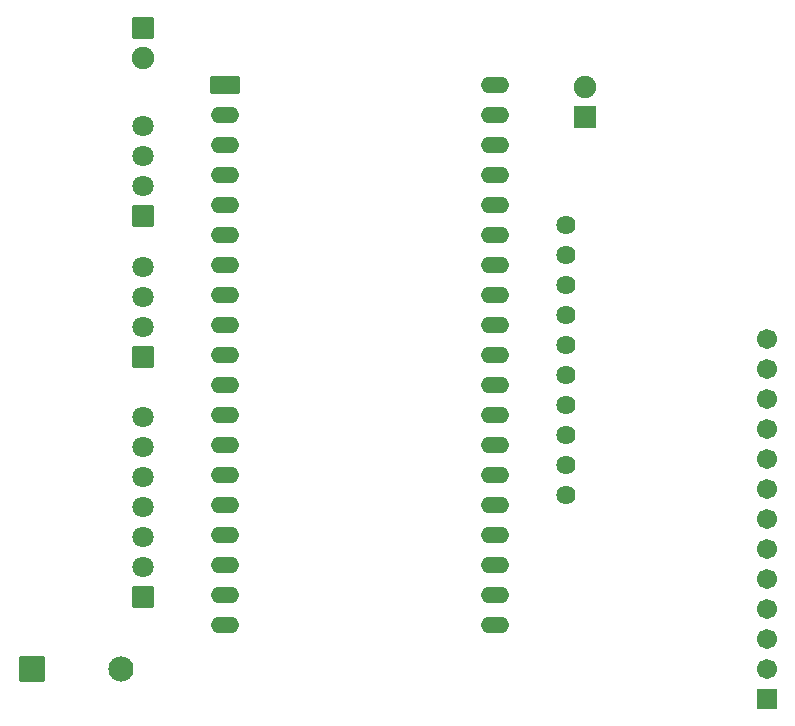
<source format=gts>
G04 Layer: TopSolderMaskLayer*
G04 EasyEDA v6.5.23, 2023-06-03 17:25:55*
G04 e563b856323e489fb497cbcb29ae2dd2,10*
G04 Gerber Generator version 0.2*
G04 Scale: 100 percent, Rotated: No, Reflected: No *
G04 Dimensions in millimeters *
G04 leading zeros omitted , absolute positions ,4 integer and 5 decimal *
%FSLAX45Y45*%
%MOMM*%

%AMMACRO1*1,1,$1,$2,$3*1,1,$1,$4,$5*1,1,$1,0-$2,0-$3*1,1,$1,0-$4,0-$5*20,1,$1,$2,$3,$4,$5,0*20,1,$1,$4,$5,0-$2,0-$3,0*20,1,$1,0-$2,0-$3,0-$4,0-$5,0*20,1,$1,0-$4,0-$5,$2,$3,0*4,1,4,$2,$3,$4,$5,0-$2,0-$3,0-$4,0-$5,$2,$3,0*%
%ADD10MACRO1,0.1016X1.016X-1.016X-1.016X-1.016*%
%ADD11C,2.1336*%
%ADD12MACRO1,0.2032X1.143X0.635X1.143X-0.635*%
%ADD13O,2.3876X1.3716000000000002*%
%ADD14C,1.9000*%
%ADD15MACRO1,0.3X-0.8X-0.8X-0.8X0.8*%
%ADD16MACRO1,0.1016X-0.85X-0.85X-0.85X0.85*%
%ADD17C,1.8016*%
%ADD18C,1.6256*%
%ADD19R,1.7016X1.7016*%
%ADD20C,1.7016*%
%ADD21MACRO1,0.1016X-0.9X-0.9X-0.9X0.9*%
%ADD22C,1.9016*%

%LPD*%
D10*
G01*
X1041400Y4432300D03*
D11*
G01*
X1802409Y4432300D03*
D12*
G01*
X2679700Y9372600D03*
D13*
G01*
X2679700Y9118600D03*
G01*
X2679700Y8864600D03*
G01*
X2679700Y8610600D03*
G01*
X2679700Y8356600D03*
G01*
X2679700Y8102600D03*
G01*
X2679700Y7848600D03*
G01*
X2679700Y7594600D03*
G01*
X2679700Y7340600D03*
G01*
X2679700Y7086600D03*
G01*
X2679700Y6832600D03*
G01*
X2679700Y6578600D03*
G01*
X2679700Y6324600D03*
G01*
X2679700Y6070600D03*
G01*
X2679700Y5816600D03*
G01*
X2679700Y5562600D03*
G01*
X2679700Y5308600D03*
G01*
X2679700Y5054600D03*
G01*
X2679700Y4800600D03*
G01*
X4965700Y4800600D03*
G01*
X4965700Y5054600D03*
G01*
X4965700Y5308600D03*
G01*
X4965700Y5562600D03*
G01*
X4965700Y5816600D03*
G01*
X4965700Y6070600D03*
G01*
X4965700Y6324600D03*
G01*
X4965700Y6578600D03*
G01*
X4965700Y6832600D03*
G01*
X4965700Y7086600D03*
G01*
X4965700Y7340600D03*
G01*
X4965700Y7594600D03*
G01*
X4965700Y7848600D03*
G01*
X4965700Y8102600D03*
G01*
X4965700Y8356600D03*
G01*
X4965700Y8610600D03*
G01*
X4965700Y8864600D03*
G01*
X4965700Y9118600D03*
G01*
X4965700Y9372600D03*
D14*
G01*
X1981200Y9603206D03*
D15*
G01*
X1981199Y9853201D03*
D16*
G01*
X1981199Y7073900D03*
D17*
G01*
X1981200Y7327900D03*
G01*
X1981200Y7581900D03*
G01*
X1981200Y7835900D03*
D18*
G01*
X5569087Y5898982D03*
G01*
X5569087Y8184982D03*
G01*
X5569087Y7930982D03*
G01*
X5569087Y7676982D03*
G01*
X5569087Y7422982D03*
G01*
X5569087Y7168982D03*
G01*
X5569087Y6914982D03*
G01*
X5569087Y6660982D03*
G01*
X5569087Y6406982D03*
G01*
X5569087Y6152982D03*
D19*
G01*
X7264400Y4178300D03*
D20*
G01*
X7264400Y4432300D03*
G01*
X7264400Y4686300D03*
G01*
X7264400Y4940300D03*
G01*
X7264400Y5194300D03*
G01*
X7264400Y5448300D03*
G01*
X7264400Y5702300D03*
G01*
X7264400Y5956300D03*
G01*
X7264400Y6210300D03*
G01*
X7264400Y6464300D03*
G01*
X7264400Y6718300D03*
G01*
X7264400Y6972300D03*
G01*
X7264400Y7226300D03*
D21*
G01*
X5727700Y9105900D03*
D22*
G01*
X5727700Y9359900D03*
D16*
G01*
X1981199Y5041900D03*
D17*
G01*
X1981200Y5295900D03*
G01*
X1981200Y5549900D03*
G01*
X1981200Y5803900D03*
G01*
X1981200Y6057900D03*
G01*
X1981200Y6311900D03*
G01*
X1981200Y6565900D03*
D16*
G01*
X1981199Y8267700D03*
D17*
G01*
X1981200Y8521700D03*
G01*
X1981200Y8775700D03*
G01*
X1981200Y9029700D03*
M02*

</source>
